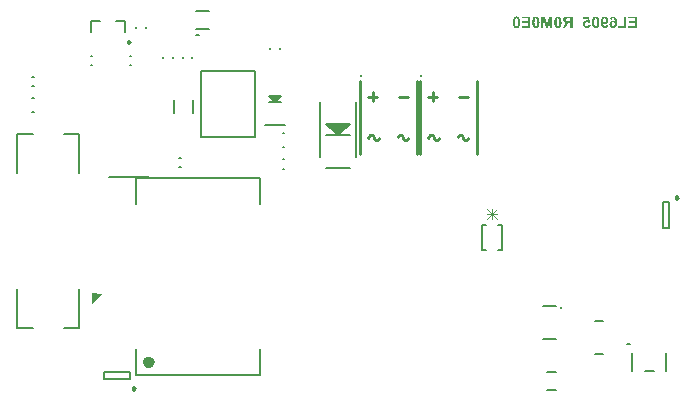
<source format=gbo>
G04*
G04 #@! TF.GenerationSoftware,Altium Limited,Altium Designer,23.3.1 (30)*
G04*
G04 Layer_Color=32896*
%FSLAX44Y44*%
%MOMM*%
G71*
G04*
G04 #@! TF.SameCoordinates,D194EA9E-320C-42BA-852E-FFA0FE6248A8*
G04*
G04*
G04 #@! TF.FilePolarity,Positive*
G04*
G01*
G75*
%ADD11C,0.2500*%
%ADD13C,0.1000*%
%ADD14C,0.2000*%
%ADD16C,0.2032*%
%ADD84C,0.1270*%
%ADD86C,0.2540*%
%ADD154C,0.2540*%
%ADD155C,0.5000*%
%ADD156C,0.2030*%
%ADD157C,0.1524*%
%ADD158C,0.0762*%
G36*
X55880Y71120D02*
Y60960D01*
X64770Y69850D01*
X55880Y71120D01*
D02*
G37*
G36*
X206127Y237450D02*
X216127D01*
X211127Y232450D01*
X206127Y237450D01*
D02*
G37*
G36*
X254467Y214510D02*
X274467D01*
X264467Y204510D01*
X254467Y214510D01*
D02*
G37*
G36*
X478207Y299958D02*
X476724Y299750D01*
X476599Y299874D01*
X476474Y299985D01*
X476349Y300082D01*
X476224Y300166D01*
X475988Y300290D01*
X475766Y300374D01*
X475572Y300415D01*
X475434Y300443D01*
X475378Y300457D01*
X475295D01*
X475073Y300443D01*
X474865Y300387D01*
X474685Y300318D01*
X474532Y300235D01*
X474421Y300138D01*
X474324Y300068D01*
X474269Y300013D01*
X474255Y299999D01*
X474116Y299819D01*
X474019Y299611D01*
X473950Y299389D01*
X473908Y299167D01*
X473867Y298973D01*
X473853Y298820D01*
Y298751D01*
Y298709D01*
Y298682D01*
Y298668D01*
X473867Y298335D01*
X473908Y298044D01*
X473978Y297808D01*
X474047Y297614D01*
X474130Y297447D01*
X474185Y297336D01*
X474241Y297281D01*
X474255Y297253D01*
X474407Y297101D01*
X474574Y296976D01*
X474740Y296893D01*
X474893Y296837D01*
X475032Y296809D01*
X475143Y296796D01*
X475212Y296782D01*
X475239D01*
X475420Y296796D01*
X475600Y296837D01*
X475753Y296893D01*
X475877Y296962D01*
X475988Y297031D01*
X476072Y297087D01*
X476127Y297128D01*
X476141Y297142D01*
X476266Y297295D01*
X476377Y297447D01*
X476460Y297614D01*
X476515Y297766D01*
X476557Y297905D01*
X476585Y298030D01*
X476599Y298099D01*
Y298127D01*
X478429Y297933D01*
X478388Y297711D01*
X478346Y297503D01*
X478207Y297128D01*
X478055Y296796D01*
X477972Y296657D01*
X477874Y296518D01*
X477791Y296407D01*
X477722Y296310D01*
X477639Y296227D01*
X477583Y296144D01*
X477528Y296088D01*
X477486Y296047D01*
X477458Y296033D01*
X477445Y296019D01*
X477278Y295894D01*
X477112Y295783D01*
X476931Y295686D01*
X476751Y295617D01*
X476377Y295478D01*
X476044Y295395D01*
X475877Y295367D01*
X475739Y295353D01*
X475600Y295339D01*
X475489Y295326D01*
X475392Y295312D01*
X475267D01*
X474962Y295326D01*
X474671Y295367D01*
X474407Y295423D01*
X474158Y295506D01*
X473922Y295603D01*
X473714Y295714D01*
X473520Y295825D01*
X473340Y295950D01*
X473187Y296061D01*
X473048Y296171D01*
X472924Y296282D01*
X472826Y296380D01*
X472757Y296463D01*
X472702Y296518D01*
X472674Y296560D01*
X472660Y296574D01*
X472535Y296754D01*
X472424Y296934D01*
X472341Y297115D01*
X472258Y297309D01*
X472133Y297669D01*
X472050Y298002D01*
X472022Y298141D01*
X472008Y298279D01*
X471981Y298404D01*
Y298515D01*
X471967Y298598D01*
Y298654D01*
Y298696D01*
Y298709D01*
X471981Y298973D01*
X472008Y299223D01*
X472050Y299458D01*
X472105Y299680D01*
X472161Y299874D01*
X472244Y300068D01*
X472313Y300249D01*
X472397Y300401D01*
X472480Y300540D01*
X472549Y300665D01*
X472632Y300776D01*
X472688Y300859D01*
X472743Y300928D01*
X472785Y300984D01*
X472813Y301012D01*
X472826Y301025D01*
X472993Y301178D01*
X473159Y301317D01*
X473340Y301441D01*
X473520Y301552D01*
X473686Y301636D01*
X473867Y301705D01*
X474185Y301816D01*
X474338Y301857D01*
X474477Y301885D01*
X474602Y301899D01*
X474699Y301913D01*
X474782Y301927D01*
X474907D01*
X475143Y301913D01*
X475378Y301871D01*
X475586Y301830D01*
X475780Y301774D01*
X475933Y301705D01*
X476058Y301663D01*
X476141Y301622D01*
X476155Y301608D01*
X476169D01*
X475877Y303244D01*
X472397D01*
Y304964D01*
X477264D01*
X478207Y299958D01*
D02*
G37*
G36*
X497623Y305131D02*
X497887Y305089D01*
X498150Y305033D01*
X498386Y304964D01*
X498608Y304867D01*
X498830Y304770D01*
X499010Y304659D01*
X499190Y304562D01*
X499343Y304451D01*
X499482Y304340D01*
X499592Y304243D01*
X499689Y304146D01*
X499773Y304076D01*
X499828Y304021D01*
X499856Y303979D01*
X499870Y303965D01*
X500036Y303730D01*
X500189Y303466D01*
X500314Y303175D01*
X500425Y302884D01*
X500522Y302565D01*
X500605Y302246D01*
X500674Y301927D01*
X500716Y301622D01*
X500757Y301331D01*
X500785Y301053D01*
X500813Y300804D01*
X500827Y300582D01*
X500841Y300401D01*
Y300263D01*
Y300221D01*
Y300180D01*
Y300166D01*
Y300152D01*
X500827Y299680D01*
X500799Y299250D01*
X500757Y298848D01*
X500688Y298487D01*
X500619Y298141D01*
X500549Y297836D01*
X500466Y297572D01*
X500369Y297323D01*
X500286Y297115D01*
X500203Y296934D01*
X500133Y296782D01*
X500050Y296657D01*
X499995Y296560D01*
X499953Y296490D01*
X499925Y296449D01*
X499911Y296435D01*
X499731Y296241D01*
X499537Y296061D01*
X499343Y295908D01*
X499135Y295783D01*
X498941Y295672D01*
X498733Y295589D01*
X498538Y295506D01*
X498358Y295450D01*
X498178Y295409D01*
X498025Y295367D01*
X497873Y295353D01*
X497748Y295326D01*
X497651D01*
X497581Y295312D01*
X497512D01*
X497263Y295326D01*
X497027Y295353D01*
X496805Y295395D01*
X496597Y295450D01*
X496389Y295520D01*
X496209Y295589D01*
X496042Y295672D01*
X495890Y295755D01*
X495751Y295839D01*
X495640Y295922D01*
X495529Y295991D01*
X495446Y296061D01*
X495377Y296116D01*
X495335Y296158D01*
X495307Y296185D01*
X495293Y296199D01*
X495141Y296366D01*
X495002Y296560D01*
X494891Y296754D01*
X494794Y296948D01*
X494697Y297142D01*
X494628Y297336D01*
X494530Y297725D01*
X494489Y297891D01*
X494461Y298058D01*
X494447Y298196D01*
X494433Y298321D01*
X494420Y298432D01*
Y298501D01*
Y298557D01*
Y298571D01*
X494433Y298834D01*
X494461Y299070D01*
X494503Y299306D01*
X494544Y299514D01*
X494614Y299722D01*
X494683Y299902D01*
X494752Y300082D01*
X494836Y300235D01*
X494919Y300374D01*
X494988Y300498D01*
X495057Y300595D01*
X495127Y300693D01*
X495168Y300762D01*
X495210Y300804D01*
X495238Y300831D01*
X495252Y300845D01*
X495404Y300998D01*
X495571Y301136D01*
X495737Y301261D01*
X495904Y301358D01*
X496070Y301441D01*
X496236Y301511D01*
X496541Y301622D01*
X496680Y301663D01*
X496819Y301691D01*
X496930Y301705D01*
X497027Y301719D01*
X497110Y301733D01*
X497221D01*
X497415Y301719D01*
X497595Y301691D01*
X497762Y301663D01*
X497928Y301608D01*
X498219Y301469D01*
X498469Y301331D01*
X498663Y301178D01*
X498746Y301109D01*
X498816Y301039D01*
X498871Y300984D01*
X498913Y300956D01*
X498927Y300928D01*
X498941Y300914D01*
X498913Y301206D01*
X498885Y301483D01*
X498857Y301733D01*
X498816Y301955D01*
X498774Y302149D01*
X498733Y302329D01*
X498691Y302482D01*
X498635Y302620D01*
X498594Y302745D01*
X498566Y302842D01*
X498525Y302925D01*
X498497Y302981D01*
X498469Y303036D01*
X498441Y303064D01*
X498428Y303092D01*
X498275Y303272D01*
X498108Y303397D01*
X497942Y303494D01*
X497790Y303549D01*
X497651Y303591D01*
X497540Y303605D01*
X497471Y303619D01*
X497443D01*
X497290Y303605D01*
X497138Y303577D01*
X497013Y303536D01*
X496916Y303494D01*
X496833Y303438D01*
X496777Y303397D01*
X496736Y303369D01*
X496722Y303355D01*
X496625Y303244D01*
X496555Y303120D01*
X496486Y302981D01*
X496444Y302856D01*
X496417Y302731D01*
X496389Y302634D01*
X496375Y302579D01*
Y302551D01*
X494600Y302745D01*
X494697Y303161D01*
X494836Y303508D01*
X494988Y303813D01*
X495141Y304076D01*
X495293Y304271D01*
X495349Y304340D01*
X495418Y304409D01*
X495460Y304451D01*
X495501Y304492D01*
X495515Y304520D01*
X495529D01*
X495668Y304631D01*
X495806Y304728D01*
X496111Y304881D01*
X496417Y304992D01*
X496694Y305061D01*
X496944Y305117D01*
X497054Y305131D01*
X497152D01*
X497221Y305144D01*
X497332D01*
X497623Y305131D01*
D02*
G37*
G36*
X490703D02*
X490925Y305103D01*
X491147Y305061D01*
X491355Y305006D01*
X491549Y304936D01*
X491729Y304853D01*
X491909Y304784D01*
X492048Y304701D01*
X492187Y304604D01*
X492312Y304534D01*
X492409Y304451D01*
X492506Y304382D01*
X492575Y304326D01*
X492617Y304284D01*
X492644Y304257D01*
X492658Y304243D01*
X492811Y304063D01*
X492936Y303882D01*
X493060Y303688D01*
X493158Y303494D01*
X493241Y303300D01*
X493310Y303092D01*
X493407Y302717D01*
X493449Y302551D01*
X493476Y302384D01*
X493490Y302246D01*
X493504Y302121D01*
X493518Y302010D01*
Y301941D01*
Y301885D01*
Y301871D01*
X493504Y301622D01*
X493476Y301372D01*
X493449Y301136D01*
X493393Y300928D01*
X493324Y300720D01*
X493255Y300540D01*
X493185Y300360D01*
X493102Y300207D01*
X493033Y300068D01*
X492963Y299944D01*
X492894Y299847D01*
X492825Y299750D01*
X492769Y299694D01*
X492742Y299639D01*
X492714Y299611D01*
X492700Y299597D01*
X492547Y299444D01*
X492381Y299306D01*
X492215Y299195D01*
X492048Y299098D01*
X491882Y299014D01*
X491729Y298931D01*
X491424Y298834D01*
X491161Y298765D01*
X491049Y298751D01*
X490952Y298737D01*
X490869Y298723D01*
X490758D01*
X490564Y298737D01*
X490384Y298765D01*
X490217Y298793D01*
X490051Y298848D01*
X489746Y298973D01*
X489496Y299125D01*
X489302Y299278D01*
X489219Y299347D01*
X489150Y299403D01*
X489094Y299458D01*
X489053Y299500D01*
X489039Y299514D01*
X489025Y299528D01*
X489053Y299236D01*
X489080Y298959D01*
X489108Y298709D01*
X489150Y298487D01*
X489191Y298293D01*
X489233Y298113D01*
X489274Y297960D01*
X489316Y297822D01*
X489371Y297697D01*
X489399Y297600D01*
X489441Y297517D01*
X489468Y297461D01*
X489496Y297406D01*
X489524Y297378D01*
X489538Y297350D01*
X489690Y297184D01*
X489857Y297059D01*
X490009Y296962D01*
X490162Y296907D01*
X490301Y296865D01*
X490398Y296851D01*
X490467Y296837D01*
X490495D01*
X490647Y296851D01*
X490800Y296879D01*
X490911Y296920D01*
X491022Y296962D01*
X491105Y297004D01*
X491161Y297045D01*
X491202Y297073D01*
X491216Y297087D01*
X491313Y297198D01*
X491382Y297323D01*
X491438Y297461D01*
X491479Y297600D01*
X491521Y297711D01*
X491535Y297808D01*
X491549Y297877D01*
Y297905D01*
X493324Y297697D01*
X493282Y297475D01*
X493227Y297281D01*
X493171Y297087D01*
X493102Y296920D01*
X493033Y296754D01*
X492963Y296601D01*
X492880Y296477D01*
X492811Y296352D01*
X492728Y296255D01*
X492672Y296158D01*
X492603Y296088D01*
X492547Y296019D01*
X492506Y295977D01*
X492464Y295936D01*
X492450Y295922D01*
X492436Y295908D01*
X492298Y295797D01*
X492159Y295714D01*
X491854Y295561D01*
X491563Y295464D01*
X491271Y295381D01*
X491008Y295339D01*
X490897Y295326D01*
X490800D01*
X490731Y295312D01*
X490620D01*
X490328Y295326D01*
X490065Y295367D01*
X489815Y295423D01*
X489566Y295492D01*
X489344Y295589D01*
X489136Y295686D01*
X488941Y295783D01*
X488775Y295894D01*
X488623Y296005D01*
X488484Y296102D01*
X488373Y296213D01*
X488276Y296296D01*
X488193Y296366D01*
X488137Y296421D01*
X488109Y296463D01*
X488096Y296477D01*
X487915Y296712D01*
X487777Y296976D01*
X487638Y297267D01*
X487527Y297558D01*
X487430Y297877D01*
X487347Y298196D01*
X487291Y298501D01*
X487236Y298820D01*
X487194Y299112D01*
X487166Y299375D01*
X487139Y299625D01*
X487125Y299847D01*
X487111Y300027D01*
Y300166D01*
Y300207D01*
Y300249D01*
Y300263D01*
Y300277D01*
X487125Y300748D01*
X487152Y301178D01*
X487194Y301580D01*
X487263Y301955D01*
X487333Y302288D01*
X487402Y302593D01*
X487499Y302870D01*
X487582Y303120D01*
X487666Y303328D01*
X487749Y303508D01*
X487832Y303660D01*
X487901Y303785D01*
X487971Y303882D01*
X488012Y303952D01*
X488040Y303993D01*
X488054Y304007D01*
X488234Y304201D01*
X488428Y304382D01*
X488623Y304534D01*
X488817Y304659D01*
X489025Y304770D01*
X489219Y304867D01*
X489413Y304936D01*
X489607Y305006D01*
X489774Y305047D01*
X489940Y305089D01*
X490079Y305117D01*
X490204Y305131D01*
X490314D01*
X490384Y305144D01*
X490453D01*
X490703Y305131D01*
D02*
G37*
G36*
X446005Y295492D02*
X444216D01*
Y303036D01*
X442330Y295492D01*
X440458D01*
X438572Y303036D01*
X438558Y295492D01*
X436769D01*
Y305089D01*
X439681D01*
X441387Y298529D01*
X443106Y305089D01*
X446005D01*
Y295492D01*
D02*
G37*
G36*
X517566Y295492D02*
X510271D01*
Y297115D01*
X515624D01*
Y299722D01*
X510812D01*
Y301344D01*
X515624D01*
Y303466D01*
X510451D01*
Y305089D01*
X517566D01*
Y295492D01*
D02*
G37*
G36*
X508579D02*
X501811D01*
Y297115D01*
X506638D01*
Y305019D01*
X508579D01*
Y295492D01*
D02*
G37*
G36*
X463119D02*
X461177D01*
Y299500D01*
X460553D01*
X460359Y299486D01*
X460192Y299472D01*
X460054Y299444D01*
X459943Y299431D01*
X459873Y299403D01*
X459832Y299389D01*
X459818D01*
X459707Y299333D01*
X459596Y299278D01*
X459499Y299209D01*
X459402Y299153D01*
X459333Y299084D01*
X459277Y299028D01*
X459249Y299001D01*
X459235Y298987D01*
X459180Y298917D01*
X459111Y298848D01*
X458958Y298640D01*
X458792Y298418D01*
X458611Y298169D01*
X458459Y297947D01*
X458389Y297836D01*
X458334Y297752D01*
X458279Y297683D01*
X458237Y297628D01*
X458223Y297586D01*
X458209Y297572D01*
X456822Y295492D01*
X454492D01*
X455671Y297364D01*
X455796Y297558D01*
X455921Y297752D01*
X456032Y297919D01*
X456143Y298071D01*
X456240Y298210D01*
X456323Y298349D01*
X456489Y298557D01*
X456614Y298723D01*
X456698Y298834D01*
X456767Y298904D01*
X456781Y298917D01*
X456933Y299084D01*
X457113Y299236D01*
X457280Y299361D01*
X457446Y299486D01*
X457585Y299583D01*
X457696Y299653D01*
X457779Y299708D01*
X457793Y299722D01*
X457807D01*
X457571Y299763D01*
X457363Y299819D01*
X457169Y299874D01*
X456975Y299944D01*
X456808Y300013D01*
X456656Y300082D01*
X456503Y300152D01*
X456379Y300235D01*
X456268Y300304D01*
X456171Y300374D01*
X456087Y300443D01*
X456032Y300498D01*
X455976Y300540D01*
X455935Y300582D01*
X455921Y300595D01*
X455907Y300609D01*
X455796Y300748D01*
X455699Y300887D01*
X455532Y301192D01*
X455422Y301483D01*
X455352Y301774D01*
X455297Y302024D01*
X455283Y302121D01*
Y302218D01*
X455269Y302288D01*
Y302357D01*
Y302384D01*
Y302398D01*
X455283Y302703D01*
X455338Y302995D01*
X455408Y303244D01*
X455477Y303466D01*
X455560Y303647D01*
X455630Y303785D01*
X455657Y303827D01*
X455685Y303869D01*
X455699Y303882D01*
Y303896D01*
X455865Y304132D01*
X456046Y304326D01*
X456226Y304479D01*
X456406Y304617D01*
X456573Y304701D01*
X456698Y304770D01*
X456781Y304811D01*
X456795Y304825D01*
X456808D01*
X456947Y304867D01*
X457100Y304909D01*
X457446Y304978D01*
X457821Y305019D01*
X458181Y305061D01*
X458362D01*
X458514Y305075D01*
X458667D01*
X458792Y305089D01*
X463119D01*
Y295492D01*
D02*
G37*
G36*
X427338Y295492D02*
X420043D01*
Y297115D01*
X425396D01*
Y299722D01*
X420584D01*
Y301344D01*
X425396D01*
Y303466D01*
X420224D01*
Y305089D01*
X427338D01*
Y295492D01*
D02*
G37*
G36*
X483061Y305131D02*
X483297Y305103D01*
X483533Y305047D01*
X483741Y304992D01*
X483935Y304909D01*
X484115Y304825D01*
X484268Y304742D01*
X484420Y304645D01*
X484545Y304548D01*
X484670Y304465D01*
X484767Y304382D01*
X484837Y304298D01*
X484906Y304243D01*
X484947Y304187D01*
X484975Y304160D01*
X484989Y304146D01*
X485155Y303910D01*
X485294Y303633D01*
X485419Y303342D01*
X485530Y303036D01*
X485613Y302717D01*
X485696Y302384D01*
X485752Y302066D01*
X485807Y301747D01*
X485835Y301441D01*
X485863Y301164D01*
X485891Y300901D01*
X485904Y300679D01*
X485918Y300498D01*
Y300360D01*
Y300304D01*
Y300263D01*
Y300249D01*
Y300235D01*
X485904Y299736D01*
X485877Y299278D01*
X485835Y298848D01*
X485779Y298460D01*
X485724Y298113D01*
X485655Y297794D01*
X485572Y297517D01*
X485488Y297267D01*
X485419Y297059D01*
X485336Y296865D01*
X485266Y296712D01*
X485197Y296588D01*
X485155Y296504D01*
X485114Y296435D01*
X485086Y296393D01*
X485072Y296380D01*
X484906Y296185D01*
X484725Y296033D01*
X484545Y295880D01*
X484351Y295769D01*
X484171Y295658D01*
X483977Y295575D01*
X483796Y295506D01*
X483616Y295450D01*
X483450Y295395D01*
X483297Y295367D01*
X483158Y295339D01*
X483047Y295326D01*
X482950D01*
X482867Y295312D01*
X482812D01*
X482562Y295326D01*
X482326Y295353D01*
X482090Y295409D01*
X481883Y295464D01*
X481688Y295534D01*
X481508Y295617D01*
X481356Y295714D01*
X481203Y295811D01*
X481078Y295894D01*
X480953Y295991D01*
X480856Y296074D01*
X480773Y296144D01*
X480718Y296199D01*
X480676Y296255D01*
X480648Y296282D01*
X480634Y296296D01*
X480468Y296532D01*
X480329Y296809D01*
X480191Y297101D01*
X480093Y297420D01*
X479996Y297739D01*
X479927Y298058D01*
X479858Y298390D01*
X479802Y298709D01*
X479775Y299014D01*
X479747Y299292D01*
X479719Y299555D01*
X479705Y299777D01*
X479691Y299958D01*
Y300096D01*
Y300152D01*
Y300193D01*
Y300207D01*
Y300221D01*
X479705Y300720D01*
X479733Y301178D01*
X479775Y301594D01*
X479844Y301982D01*
X479913Y302343D01*
X479982Y302662D01*
X480080Y302953D01*
X480163Y303203D01*
X480246Y303438D01*
X480329Y303619D01*
X480412Y303785D01*
X480482Y303924D01*
X480551Y304021D01*
X480593Y304090D01*
X480620Y304132D01*
X480634Y304146D01*
X480787Y304326D01*
X480953Y304479D01*
X481134Y304604D01*
X481314Y304728D01*
X481494Y304825D01*
X481674Y304895D01*
X481841Y304964D01*
X482021Y305019D01*
X482188Y305061D01*
X482326Y305089D01*
X482465Y305117D01*
X482576Y305131D01*
X482673Y305144D01*
X482812D01*
X483061Y305131D01*
D02*
G37*
G36*
X450998D02*
X451233Y305103D01*
X451469Y305047D01*
X451677Y304992D01*
X451871Y304909D01*
X452052Y304825D01*
X452204Y304742D01*
X452357Y304645D01*
X452481Y304548D01*
X452606Y304465D01*
X452703Y304382D01*
X452773Y304298D01*
X452842Y304243D01*
X452884Y304187D01*
X452911Y304160D01*
X452925Y304146D01*
X453092Y303910D01*
X453230Y303633D01*
X453355Y303342D01*
X453466Y303036D01*
X453549Y302717D01*
X453633Y302384D01*
X453688Y302066D01*
X453744Y301747D01*
X453771Y301441D01*
X453799Y301164D01*
X453827Y300901D01*
X453841Y300679D01*
X453854Y300498D01*
Y300360D01*
Y300304D01*
Y300263D01*
Y300249D01*
Y300235D01*
X453841Y299736D01*
X453813Y299278D01*
X453771Y298848D01*
X453716Y298460D01*
X453660Y298113D01*
X453591Y297794D01*
X453508Y297517D01*
X453424Y297267D01*
X453355Y297059D01*
X453272Y296865D01*
X453203Y296712D01*
X453133Y296588D01*
X453092Y296504D01*
X453050Y296435D01*
X453022Y296393D01*
X453008Y296380D01*
X452842Y296185D01*
X452662Y296033D01*
X452481Y295880D01*
X452287Y295769D01*
X452107Y295658D01*
X451913Y295575D01*
X451733Y295506D01*
X451552Y295450D01*
X451386Y295395D01*
X451233Y295367D01*
X451095Y295339D01*
X450984Y295326D01*
X450887D01*
X450803Y295312D01*
X450748D01*
X450498Y295326D01*
X450262Y295353D01*
X450027Y295409D01*
X449819Y295464D01*
X449625Y295534D01*
X449444Y295617D01*
X449292Y295714D01*
X449139Y295811D01*
X449014Y295894D01*
X448890Y295991D01*
X448792Y296074D01*
X448709Y296144D01*
X448654Y296199D01*
X448612Y296255D01*
X448585Y296282D01*
X448571Y296296D01*
X448404Y296532D01*
X448265Y296809D01*
X448127Y297101D01*
X448030Y297420D01*
X447933Y297739D01*
X447863Y298058D01*
X447794Y298390D01*
X447738Y298709D01*
X447711Y299014D01*
X447683Y299292D01*
X447655Y299555D01*
X447641Y299777D01*
X447628Y299958D01*
Y300096D01*
Y300152D01*
Y300193D01*
Y300207D01*
Y300221D01*
X447641Y300720D01*
X447669Y301178D01*
X447711Y301594D01*
X447780Y301982D01*
X447849Y302343D01*
X447919Y302662D01*
X448016Y302953D01*
X448099Y303203D01*
X448182Y303438D01*
X448265Y303619D01*
X448349Y303785D01*
X448418Y303924D01*
X448487Y304021D01*
X448529Y304090D01*
X448557Y304132D01*
X448571Y304146D01*
X448723Y304326D01*
X448890Y304479D01*
X449070Y304604D01*
X449250Y304728D01*
X449430Y304825D01*
X449611Y304895D01*
X449777Y304964D01*
X449957Y305019D01*
X450124Y305061D01*
X450262Y305089D01*
X450401Y305117D01*
X450512Y305131D01*
X450609Y305144D01*
X450748D01*
X450998Y305131D01*
D02*
G37*
G36*
X432358Y305131D02*
X432594Y305103D01*
X432830Y305047D01*
X433038Y304992D01*
X433232Y304909D01*
X433412Y304825D01*
X433565Y304742D01*
X433717Y304645D01*
X433842Y304548D01*
X433967Y304465D01*
X434064Y304382D01*
X434134Y304298D01*
X434203Y304243D01*
X434244Y304187D01*
X434272Y304160D01*
X434286Y304146D01*
X434453Y303910D01*
X434591Y303633D01*
X434716Y303341D01*
X434827Y303036D01*
X434910Y302717D01*
X434993Y302384D01*
X435049Y302066D01*
X435104Y301747D01*
X435132Y301441D01*
X435160Y301164D01*
X435188Y300901D01*
X435201Y300679D01*
X435215Y300498D01*
Y300360D01*
Y300304D01*
Y300263D01*
Y300249D01*
Y300235D01*
X435201Y299736D01*
X435174Y299278D01*
X435132Y298848D01*
X435077Y298460D01*
X435021Y298113D01*
X434952Y297794D01*
X434869Y297517D01*
X434785Y297267D01*
X434716Y297059D01*
X434633Y296865D01*
X434563Y296712D01*
X434494Y296588D01*
X434453Y296504D01*
X434411Y296435D01*
X434383Y296393D01*
X434369Y296380D01*
X434203Y296185D01*
X434023Y296033D01*
X433842Y295880D01*
X433648Y295769D01*
X433468Y295658D01*
X433274Y295575D01*
X433093Y295506D01*
X432913Y295450D01*
X432747Y295395D01*
X432594Y295367D01*
X432455Y295339D01*
X432345Y295326D01*
X432248D01*
X432164Y295312D01*
X432109D01*
X431859Y295326D01*
X431623Y295353D01*
X431388Y295409D01*
X431180Y295464D01*
X430985Y295534D01*
X430805Y295617D01*
X430653Y295714D01*
X430500Y295811D01*
X430375Y295894D01*
X430250Y295991D01*
X430153Y296074D01*
X430070Y296144D01*
X430015Y296199D01*
X429973Y296255D01*
X429945Y296282D01*
X429931Y296296D01*
X429765Y296532D01*
X429626Y296809D01*
X429488Y297101D01*
X429391Y297420D01*
X429294Y297739D01*
X429224Y298058D01*
X429155Y298390D01*
X429099Y298709D01*
X429072Y299014D01*
X429044Y299292D01*
X429016Y299555D01*
X429002Y299777D01*
X428988Y299958D01*
Y300096D01*
Y300152D01*
Y300193D01*
Y300207D01*
Y300221D01*
X429002Y300720D01*
X429030Y301178D01*
X429072Y301594D01*
X429141Y301982D01*
X429210Y302343D01*
X429280Y302662D01*
X429377Y302953D01*
X429460Y303203D01*
X429543Y303438D01*
X429626Y303619D01*
X429710Y303785D01*
X429779Y303924D01*
X429848Y304021D01*
X429890Y304090D01*
X429918Y304132D01*
X429931Y304146D01*
X430084Y304326D01*
X430250Y304479D01*
X430431Y304604D01*
X430611Y304728D01*
X430791Y304825D01*
X430972Y304895D01*
X431138Y304964D01*
X431318Y305019D01*
X431485Y305061D01*
X431623Y305089D01*
X431762Y305117D01*
X431873Y305131D01*
X431970Y305144D01*
X432109D01*
X432358Y305131D01*
D02*
G37*
G36*
X415952D02*
X416188Y305103D01*
X416424Y305047D01*
X416632Y304992D01*
X416826Y304909D01*
X417006Y304825D01*
X417159Y304742D01*
X417311Y304645D01*
X417436Y304548D01*
X417561Y304465D01*
X417658Y304382D01*
X417727Y304298D01*
X417797Y304243D01*
X417838Y304187D01*
X417866Y304160D01*
X417880Y304146D01*
X418046Y303910D01*
X418185Y303633D01*
X418310Y303341D01*
X418421Y303036D01*
X418504Y302717D01*
X418587Y302384D01*
X418643Y302066D01*
X418698Y301747D01*
X418726Y301441D01*
X418754Y301164D01*
X418781Y300901D01*
X418795Y300679D01*
X418809Y300498D01*
Y300360D01*
Y300304D01*
Y300263D01*
Y300249D01*
Y300235D01*
X418795Y299736D01*
X418767Y299278D01*
X418726Y298848D01*
X418670Y298460D01*
X418615Y298113D01*
X418545Y297794D01*
X418462Y297517D01*
X418379Y297267D01*
X418310Y297059D01*
X418227Y296865D01*
X418157Y296712D01*
X418088Y296588D01*
X418046Y296504D01*
X418005Y296435D01*
X417977Y296393D01*
X417963Y296380D01*
X417797Y296185D01*
X417616Y296033D01*
X417436Y295880D01*
X417242Y295769D01*
X417062Y295658D01*
X416867Y295575D01*
X416687Y295506D01*
X416507Y295450D01*
X416340Y295395D01*
X416188Y295367D01*
X416049Y295339D01*
X415938Y295326D01*
X415841D01*
X415758Y295312D01*
X415703D01*
X415453Y295326D01*
X415217Y295353D01*
X414981Y295409D01*
X414773Y295464D01*
X414579Y295534D01*
X414399Y295617D01*
X414246Y295714D01*
X414094Y295811D01*
X413969Y295894D01*
X413844Y295991D01*
X413747Y296074D01*
X413664Y296144D01*
X413608Y296199D01*
X413567Y296255D01*
X413539Y296282D01*
X413525Y296296D01*
X413359Y296532D01*
X413220Y296809D01*
X413081Y297101D01*
X412984Y297420D01*
X412887Y297739D01*
X412818Y298058D01*
X412748Y298390D01*
X412693Y298709D01*
X412665Y299014D01*
X412638Y299292D01*
X412610Y299555D01*
X412596Y299777D01*
X412582Y299958D01*
Y300096D01*
Y300152D01*
Y300193D01*
Y300207D01*
Y300221D01*
X412596Y300720D01*
X412624Y301178D01*
X412665Y301594D01*
X412735Y301982D01*
X412804Y302343D01*
X412873Y302662D01*
X412970Y302953D01*
X413054Y303203D01*
X413137Y303438D01*
X413220Y303619D01*
X413303Y303785D01*
X413373Y303924D01*
X413442Y304021D01*
X413484Y304090D01*
X413511Y304132D01*
X413525Y304146D01*
X413678Y304326D01*
X413844Y304479D01*
X414024Y304604D01*
X414205Y304728D01*
X414385Y304825D01*
X414565Y304895D01*
X414732Y304964D01*
X414912Y305019D01*
X415078Y305061D01*
X415217Y305089D01*
X415356Y305117D01*
X415467Y305131D01*
X415564Y305144D01*
X415703D01*
X415952Y305131D01*
D02*
G37*
%LPC*%
G36*
X497595Y300374D02*
X497512D01*
X497318Y300360D01*
X497138Y300304D01*
X496985Y300235D01*
X496847Y300152D01*
X496736Y300068D01*
X496666Y299999D01*
X496611Y299944D01*
X496597Y299930D01*
X496472Y299750D01*
X496375Y299528D01*
X496320Y299292D01*
X496264Y299070D01*
X496236Y298862D01*
X496222Y298696D01*
Y298640D01*
Y298585D01*
Y298557D01*
Y298543D01*
X496236Y298224D01*
X496278Y297947D01*
X496333Y297725D01*
X496389Y297544D01*
X496458Y297406D01*
X496514Y297309D01*
X496555Y297239D01*
X496569Y297225D01*
X496708Y297101D01*
X496847Y297004D01*
X496999Y296934D01*
X497124Y296893D01*
X497249Y296865D01*
X497346Y296837D01*
X497429D01*
X497623Y296865D01*
X497803Y296920D01*
X497956Y296990D01*
X498095Y297087D01*
X498206Y297170D01*
X498303Y297253D01*
X498358Y297309D01*
X498372Y297323D01*
X498511Y297517D01*
X498608Y297739D01*
X498677Y297974D01*
X498719Y298196D01*
X498746Y298404D01*
X498774Y298557D01*
Y298626D01*
Y298668D01*
Y298696D01*
Y298709D01*
X498760Y299001D01*
X498719Y299250D01*
X498663Y299458D01*
X498594Y299639D01*
X498525Y299763D01*
X498469Y299860D01*
X498428Y299930D01*
X498414Y299944D01*
X498275Y300082D01*
X498122Y300193D01*
X497970Y300263D01*
X497831Y300318D01*
X497706Y300346D01*
X497595Y300374D01*
D02*
G37*
G36*
X490620Y303619D02*
X490536D01*
X490342Y303591D01*
X490162Y303536D01*
X489995Y303466D01*
X489857Y303369D01*
X489746Y303272D01*
X489663Y303203D01*
X489607Y303147D01*
X489593Y303120D01*
X489455Y302911D01*
X489358Y302690D01*
X489274Y302454D01*
X489233Y302232D01*
X489205Y302024D01*
X489177Y301871D01*
Y301802D01*
Y301761D01*
Y301733D01*
Y301719D01*
X489191Y301428D01*
X489233Y301178D01*
X489302Y300970D01*
X489358Y300790D01*
X489427Y300665D01*
X489496Y300568D01*
X489538Y300498D01*
X489552Y300485D01*
X489690Y300346D01*
X489843Y300249D01*
X489995Y300166D01*
X490134Y300124D01*
X490259Y300096D01*
X490356Y300082D01*
X490412Y300068D01*
X490439D01*
X490634Y300082D01*
X490814Y300138D01*
X490966Y300207D01*
X491105Y300290D01*
X491216Y300360D01*
X491285Y300429D01*
X491341Y300485D01*
X491355Y300498D01*
X491479Y300679D01*
X491563Y300901D01*
X491632Y301122D01*
X491674Y301358D01*
X491701Y301552D01*
X491715Y301719D01*
Y301788D01*
Y301830D01*
Y301857D01*
Y301871D01*
X491701Y302190D01*
X491660Y302468D01*
X491604Y302703D01*
X491549Y302884D01*
X491493Y303022D01*
X491438Y303120D01*
X491396Y303189D01*
X491382Y303203D01*
X491244Y303342D01*
X491105Y303438D01*
X490966Y303522D01*
X490828Y303563D01*
X490717Y303591D01*
X490620Y303619D01*
D02*
G37*
G36*
X461177Y303466D02*
X458958D01*
X458833Y303452D01*
X458528D01*
X458403Y303438D01*
X458320D01*
X458279Y303425D01*
X458265D01*
X458098Y303383D01*
X457946Y303328D01*
X457821Y303272D01*
X457724Y303203D01*
X457640Y303133D01*
X457571Y303092D01*
X457543Y303050D01*
X457530Y303036D01*
X457446Y302925D01*
X457377Y302787D01*
X457335Y302662D01*
X457294Y302537D01*
X457280Y302426D01*
X457266Y302343D01*
Y302288D01*
Y302260D01*
X457280Y302107D01*
X457294Y301968D01*
X457335Y301844D01*
X457363Y301733D01*
X457405Y301649D01*
X457446Y301594D01*
X457460Y301552D01*
X457474Y301539D01*
X457557Y301441D01*
X457640Y301358D01*
X457821Y301234D01*
X457890Y301192D01*
X457960Y301164D01*
X458001Y301136D01*
X458015D01*
X458084Y301122D01*
X458195Y301095D01*
X458306Y301081D01*
X458431Y301067D01*
X458722Y301053D01*
X459013Y301039D01*
X459291Y301025D01*
X461177D01*
Y303466D01*
D02*
G37*
G36*
X482867Y303619D02*
X482812D01*
X482687Y303605D01*
X482576Y303591D01*
X482479Y303549D01*
X482396Y303508D01*
X482326Y303466D01*
X482271Y303438D01*
X482243Y303411D01*
X482229Y303397D01*
X482146Y303300D01*
X482063Y303175D01*
X481993Y303036D01*
X481924Y302898D01*
X481883Y302759D01*
X481841Y302648D01*
X481827Y302579D01*
X481813Y302565D01*
Y302551D01*
X481785Y302426D01*
X481758Y302274D01*
X481730Y302093D01*
X481702Y301913D01*
X481674Y301539D01*
X481661Y301150D01*
X481647Y300970D01*
Y300790D01*
X481633Y300637D01*
Y300498D01*
Y300387D01*
Y300290D01*
Y300235D01*
Y300221D01*
Y299916D01*
X481647Y299625D01*
Y299361D01*
X481661Y299125D01*
X481674Y298904D01*
X481688Y298709D01*
X481716Y298529D01*
X481730Y298377D01*
X481744Y298238D01*
X481772Y298127D01*
X481785Y298030D01*
X481799Y297947D01*
X481813Y297891D01*
Y297836D01*
X481827Y297822D01*
Y297808D01*
X481883Y297614D01*
X481952Y297461D01*
X482021Y297323D01*
X482077Y297225D01*
X482132Y297142D01*
X482188Y297087D01*
X482215Y297059D01*
X482229Y297045D01*
X482326Y296976D01*
X482423Y296920D01*
X482520Y296893D01*
X482617Y296865D01*
X482687Y296851D01*
X482756Y296837D01*
X482812D01*
X482937Y296851D01*
X483047Y296865D01*
X483144Y296907D01*
X483228Y296948D01*
X483297Y296976D01*
X483353Y297017D01*
X483380Y297031D01*
X483394Y297045D01*
X483477Y297142D01*
X483561Y297267D01*
X483630Y297406D01*
X483699Y297544D01*
X483741Y297669D01*
X483783Y297780D01*
X483796Y297850D01*
X483810Y297877D01*
X483838Y298016D01*
X483866Y298169D01*
X483893Y298335D01*
X483907Y298515D01*
X483935Y298904D01*
X483949Y299292D01*
X483963Y299472D01*
Y299653D01*
X483977Y299805D01*
Y299944D01*
Y300055D01*
Y300152D01*
Y300207D01*
Y300221D01*
Y300526D01*
X483963Y300817D01*
Y301067D01*
X483949Y301317D01*
X483935Y301525D01*
X483921Y301733D01*
X483907Y301899D01*
X483880Y302066D01*
X483866Y302204D01*
X483852Y302315D01*
X483838Y302412D01*
X483824Y302495D01*
X483810Y302551D01*
Y302606D01*
X483796Y302620D01*
Y302634D01*
X483741Y302828D01*
X483671Y302995D01*
X483616Y303120D01*
X483547Y303230D01*
X483491Y303300D01*
X483450Y303355D01*
X483422Y303383D01*
X483408Y303397D01*
X483311Y303466D01*
X483200Y303522D01*
X483103Y303563D01*
X483006Y303591D01*
X482937Y303605D01*
X482867Y303619D01*
D02*
G37*
G36*
X450803D02*
X450748D01*
X450623Y303605D01*
X450512Y303591D01*
X450415Y303549D01*
X450332Y303508D01*
X450262Y303466D01*
X450207Y303438D01*
X450179Y303411D01*
X450165Y303397D01*
X450082Y303300D01*
X449999Y303175D01*
X449930Y303036D01*
X449860Y302898D01*
X449819Y302759D01*
X449777Y302648D01*
X449763Y302579D01*
X449749Y302565D01*
Y302551D01*
X449722Y302426D01*
X449694Y302274D01*
X449666Y302093D01*
X449638Y301913D01*
X449611Y301539D01*
X449597Y301150D01*
X449583Y300970D01*
Y300790D01*
X449569Y300637D01*
Y300498D01*
Y300387D01*
Y300290D01*
Y300235D01*
Y300221D01*
Y299916D01*
X449583Y299625D01*
Y299361D01*
X449597Y299125D01*
X449611Y298904D01*
X449625Y298709D01*
X449652Y298529D01*
X449666Y298377D01*
X449680Y298238D01*
X449708Y298127D01*
X449722Y298030D01*
X449735Y297947D01*
X449749Y297891D01*
Y297836D01*
X449763Y297822D01*
Y297808D01*
X449819Y297614D01*
X449888Y297461D01*
X449957Y297323D01*
X450013Y297225D01*
X450068Y297142D01*
X450124Y297087D01*
X450152Y297059D01*
X450165Y297045D01*
X450262Y296976D01*
X450360Y296920D01*
X450457Y296893D01*
X450554Y296865D01*
X450623Y296851D01*
X450692Y296837D01*
X450748D01*
X450873Y296851D01*
X450984Y296865D01*
X451081Y296907D01*
X451164Y296948D01*
X451233Y296976D01*
X451289Y297017D01*
X451316Y297031D01*
X451330Y297045D01*
X451414Y297142D01*
X451497Y297267D01*
X451566Y297406D01*
X451636Y297544D01*
X451677Y297669D01*
X451719Y297780D01*
X451733Y297850D01*
X451746Y297877D01*
X451774Y298016D01*
X451802Y298169D01*
X451830Y298335D01*
X451843Y298515D01*
X451871Y298904D01*
X451885Y299292D01*
X451899Y299472D01*
Y299653D01*
X451913Y299805D01*
Y299944D01*
Y300055D01*
Y300152D01*
Y300207D01*
Y300221D01*
Y300526D01*
X451899Y300817D01*
Y301067D01*
X451885Y301317D01*
X451871Y301525D01*
X451857Y301733D01*
X451843Y301899D01*
X451816Y302066D01*
X451802Y302204D01*
X451788Y302315D01*
X451774Y302412D01*
X451760Y302495D01*
X451746Y302551D01*
Y302606D01*
X451733Y302620D01*
Y302634D01*
X451677Y302828D01*
X451608Y302995D01*
X451552Y303120D01*
X451483Y303230D01*
X451427Y303300D01*
X451386Y303355D01*
X451358Y303383D01*
X451344Y303397D01*
X451247Y303466D01*
X451136Y303522D01*
X451039Y303563D01*
X450942Y303591D01*
X450873Y303605D01*
X450803Y303619D01*
D02*
G37*
G36*
X432164Y303619D02*
X432109D01*
X431984Y303605D01*
X431873Y303591D01*
X431776Y303549D01*
X431693Y303508D01*
X431623Y303466D01*
X431568Y303438D01*
X431540Y303411D01*
X431526Y303397D01*
X431443Y303300D01*
X431360Y303175D01*
X431291Y303036D01*
X431221Y302898D01*
X431180Y302759D01*
X431138Y302648D01*
X431124Y302579D01*
X431110Y302565D01*
Y302551D01*
X431083Y302426D01*
X431055Y302274D01*
X431027Y302093D01*
X430999Y301913D01*
X430972Y301539D01*
X430958Y301150D01*
X430944Y300970D01*
Y300790D01*
X430930Y300637D01*
Y300498D01*
Y300387D01*
Y300290D01*
Y300235D01*
Y300221D01*
Y299916D01*
X430944Y299625D01*
Y299361D01*
X430958Y299125D01*
X430972Y298904D01*
X430985Y298709D01*
X431013Y298529D01*
X431027Y298377D01*
X431041Y298238D01*
X431069Y298127D01*
X431083Y298030D01*
X431096Y297947D01*
X431110Y297891D01*
Y297836D01*
X431124Y297822D01*
Y297808D01*
X431180Y297614D01*
X431249Y297461D01*
X431318Y297323D01*
X431374Y297225D01*
X431429Y297142D01*
X431485Y297087D01*
X431512Y297059D01*
X431526Y297045D01*
X431623Y296976D01*
X431721Y296920D01*
X431818Y296893D01*
X431915Y296865D01*
X431984Y296851D01*
X432053Y296837D01*
X432109D01*
X432234Y296851D01*
X432345Y296865D01*
X432442Y296907D01*
X432525Y296948D01*
X432594Y296976D01*
X432650Y297017D01*
X432677Y297031D01*
X432691Y297045D01*
X432775Y297142D01*
X432858Y297267D01*
X432927Y297406D01*
X432996Y297544D01*
X433038Y297669D01*
X433080Y297780D01*
X433093Y297850D01*
X433107Y297877D01*
X433135Y298016D01*
X433163Y298169D01*
X433190Y298335D01*
X433204Y298515D01*
X433232Y298904D01*
X433246Y299292D01*
X433260Y299472D01*
Y299652D01*
X433274Y299805D01*
Y299944D01*
Y300055D01*
Y300152D01*
Y300207D01*
Y300221D01*
Y300526D01*
X433260Y300817D01*
Y301067D01*
X433246Y301317D01*
X433232Y301525D01*
X433218Y301733D01*
X433204Y301899D01*
X433177Y302066D01*
X433163Y302204D01*
X433149Y302315D01*
X433135Y302412D01*
X433121Y302495D01*
X433107Y302551D01*
Y302606D01*
X433093Y302620D01*
Y302634D01*
X433038Y302828D01*
X432969Y302995D01*
X432913Y303120D01*
X432844Y303230D01*
X432788Y303300D01*
X432747Y303355D01*
X432719Y303383D01*
X432705Y303397D01*
X432608Y303466D01*
X432497Y303522D01*
X432400Y303563D01*
X432303Y303591D01*
X432234Y303605D01*
X432164Y303619D01*
D02*
G37*
G36*
X415758D02*
X415703D01*
X415578Y303605D01*
X415467Y303591D01*
X415370Y303549D01*
X415286Y303508D01*
X415217Y303466D01*
X415162Y303438D01*
X415134Y303411D01*
X415120Y303397D01*
X415037Y303300D01*
X414954Y303175D01*
X414884Y303036D01*
X414815Y302898D01*
X414773Y302759D01*
X414732Y302648D01*
X414718Y302579D01*
X414704Y302565D01*
Y302551D01*
X414676Y302426D01*
X414649Y302274D01*
X414621Y302093D01*
X414593Y301913D01*
X414565Y301539D01*
X414551Y301150D01*
X414538Y300970D01*
Y300790D01*
X414524Y300637D01*
Y300498D01*
Y300387D01*
Y300290D01*
Y300235D01*
Y300221D01*
Y299916D01*
X414538Y299625D01*
Y299361D01*
X414551Y299125D01*
X414565Y298904D01*
X414579Y298709D01*
X414607Y298529D01*
X414621Y298377D01*
X414635Y298238D01*
X414662Y298127D01*
X414676Y298030D01*
X414690Y297947D01*
X414704Y297891D01*
Y297836D01*
X414718Y297822D01*
Y297808D01*
X414773Y297614D01*
X414843Y297461D01*
X414912Y297323D01*
X414967Y297225D01*
X415023Y297142D01*
X415078Y297087D01*
X415106Y297059D01*
X415120Y297045D01*
X415217Y296976D01*
X415314Y296920D01*
X415411Y296893D01*
X415508Y296865D01*
X415578Y296851D01*
X415647Y296837D01*
X415703D01*
X415827Y296851D01*
X415938Y296865D01*
X416035Y296907D01*
X416119Y296948D01*
X416188Y296976D01*
X416243Y297017D01*
X416271Y297031D01*
X416285Y297045D01*
X416368Y297142D01*
X416451Y297267D01*
X416521Y297406D01*
X416590Y297544D01*
X416632Y297669D01*
X416673Y297780D01*
X416687Y297850D01*
X416701Y297877D01*
X416729Y298016D01*
X416757Y298169D01*
X416784Y298335D01*
X416798Y298515D01*
X416826Y298904D01*
X416840Y299292D01*
X416854Y299472D01*
Y299652D01*
X416867Y299805D01*
Y299944D01*
Y300055D01*
Y300152D01*
Y300207D01*
Y300221D01*
Y300526D01*
X416854Y300817D01*
Y301067D01*
X416840Y301317D01*
X416826Y301525D01*
X416812Y301733D01*
X416798Y301899D01*
X416770Y302066D01*
X416757Y302204D01*
X416743Y302315D01*
X416729Y302412D01*
X416715Y302495D01*
X416701Y302551D01*
Y302606D01*
X416687Y302620D01*
Y302634D01*
X416632Y302828D01*
X416562Y302995D01*
X416507Y303120D01*
X416437Y303230D01*
X416382Y303300D01*
X416340Y303355D01*
X416313Y303383D01*
X416299Y303397D01*
X416202Y303466D01*
X416091Y303522D01*
X415994Y303563D01*
X415897Y303591D01*
X415827Y303605D01*
X415758Y303619D01*
D02*
G37*
%LPD*%
D11*
X552540Y151660D02*
X550665Y152743D01*
Y150577D01*
X552540Y151660D01*
X92470Y-9730D02*
X90595Y-8648D01*
Y-10813D01*
X92470Y-9730D01*
X88690Y283600D02*
X86815Y284683D01*
Y282517D01*
X88690Y283600D01*
D13*
X259468Y209510D02*
X264467Y204510D01*
D14*
X511660Y27660D02*
X509660D01*
X511660D01*
X146757Y289100D02*
X144757D01*
X146757D01*
X55380Y263970D02*
X56380D01*
X55380Y271970D02*
X56380D01*
X438140Y59720D02*
X449140D01*
X438140Y31720D02*
X449140D01*
X116490Y269970D02*
Y270970D01*
X124490Y269970D02*
Y270970D01*
X66470Y4270D02*
X88470D01*
X66470Y-1730D02*
X88470D01*
X66470D02*
Y4270D01*
X88470Y-1730D02*
Y4270D01*
X441516Y4194D02*
X449516D01*
X441516Y-11306D02*
X449516D01*
X88400Y271970D02*
X89400D01*
X88400Y263970D02*
X89400D01*
X84295Y291600D02*
Y301600D01*
X76440D02*
X84295D01*
X55084Y291600D02*
Y301600D01*
X62940D01*
X93630Y295370D02*
Y296370D01*
X101630Y295370D02*
Y296370D01*
X143960Y310220D02*
X154960D01*
X143960Y294220D02*
X154960D01*
X482560Y46980D02*
X489060D01*
X482560Y18980D02*
X489060D01*
X198640Y146550D02*
Y168800D01*
Y1300D02*
Y23550D01*
X93140Y1300D02*
Y23550D01*
Y146550D02*
Y168800D01*
Y1300D02*
X198640D01*
X93140Y168800D02*
X198640D01*
X130310Y177610D02*
X131310D01*
X130310Y185610D02*
X131310D01*
X133000Y269970D02*
Y270970D01*
X141000Y269970D02*
Y270970D01*
X148857Y259100D02*
X194657D01*
Y203100D02*
Y259100D01*
X148857Y203100D02*
X194657D01*
X148757D02*
Y259100D01*
X5850Y223870D02*
X6850D01*
X5850Y235870D02*
X6850D01*
X5850Y254190D02*
X6850D01*
X5850Y246190D02*
X6850D01*
X70830Y169280D02*
X104430D01*
X141657Y223060D02*
Y234060D01*
X125658Y223060D02*
Y234060D01*
X202377Y213450D02*
X219877D01*
X211127Y232450D02*
X216127Y237450D01*
X206127D02*
X211127Y232450D01*
X206127Y237450D02*
X216127D01*
X206127Y232450D02*
X211127D01*
X216127D01*
X218137Y206870D02*
X219137D01*
X218137Y194370D02*
X219137D01*
X217868Y184300D02*
X218867D01*
X217868Y176300D02*
X218867D01*
X254467Y214510D02*
X274467D01*
X249467Y186510D02*
Y232510D01*
X279467Y186510D02*
Y232510D01*
X254467Y214510D02*
X264467Y204510D01*
X274468Y214510D01*
X254467Y204510D02*
X274467D01*
X254467Y176510D02*
X274467D01*
X207127Y277630D02*
Y278630D01*
X215127Y277630D02*
Y278630D01*
D16*
X539790Y148410D02*
X544790D01*
X539790Y126410D02*
Y148410D01*
X544790Y126410D02*
Y148410D01*
D84*
X542660Y4660D02*
Y20660D01*
X513660Y4660D02*
Y20660D01*
X524160Y4660D02*
X532160D01*
D86*
X370379Y202683D02*
X369340Y204914D01*
X366880Y204965D01*
X365748Y202780D01*
X370379Y202683D02*
X371418Y200453D01*
X373878Y200402D01*
X375009Y202586D01*
X345639Y202527D02*
X344599Y204757D01*
X342140Y204809D01*
X341008Y202624D01*
X345639Y202527D02*
X346678Y200297D01*
X349137Y200246D01*
X350269Y202430D01*
X319579Y202683D02*
X318540Y204914D01*
X316080Y204965D01*
X314948Y202780D01*
X319579Y202683D02*
X320618Y200453D01*
X323078Y200402D01*
X324209Y202586D01*
X294839Y202527D02*
X293799Y204757D01*
X291340Y204809D01*
X290208Y202624D01*
X294839Y202527D02*
X295878Y200297D01*
X298337Y200246D01*
X299469Y202430D01*
X344697Y233420D02*
Y240920D01*
X367293Y237219D02*
X374793D01*
X340947Y237170D02*
X348447D01*
X334396Y188897D02*
Y250842D01*
X381939Y189075D02*
Y250673D01*
X293897Y233420D02*
Y240920D01*
X316493Y237219D02*
X323993D01*
X290147Y237170D02*
X297647D01*
X283596Y188897D02*
Y250842D01*
X331139Y189075D02*
Y250673D01*
D154*
X453273Y58720D02*
D03*
X334650Y254760D02*
D03*
X283850D02*
D03*
D155*
X106890Y12550D02*
X105640Y14715D01*
X103140D01*
X101890Y12550D01*
X103140Y10385D01*
X105640D01*
X106890Y12550D01*
D156*
X539790Y126410D02*
X544790D01*
D157*
X386461Y107061D02*
X389611D01*
X403479D02*
Y128651D01*
X400329Y107061D02*
X403479D01*
X386461D02*
Y128651D01*
X389611D01*
X400329D02*
X403479D01*
X-6800Y41500D02*
X6000D01*
X-6800Y172901D02*
Y205500D01*
X45200Y41500D02*
Y74100D01*
Y172901D02*
Y205500D01*
X-6800D02*
X6000D01*
X-6800Y41500D02*
Y74100D01*
X32400Y41500D02*
X45200D01*
X32400Y205500D02*
X45200D01*
D158*
X390740Y141859D02*
X399204Y133395D01*
Y141859D02*
X390740Y133395D01*
X394972Y141859D02*
Y133395D01*
X399204Y137627D02*
X390740D01*
M02*

</source>
